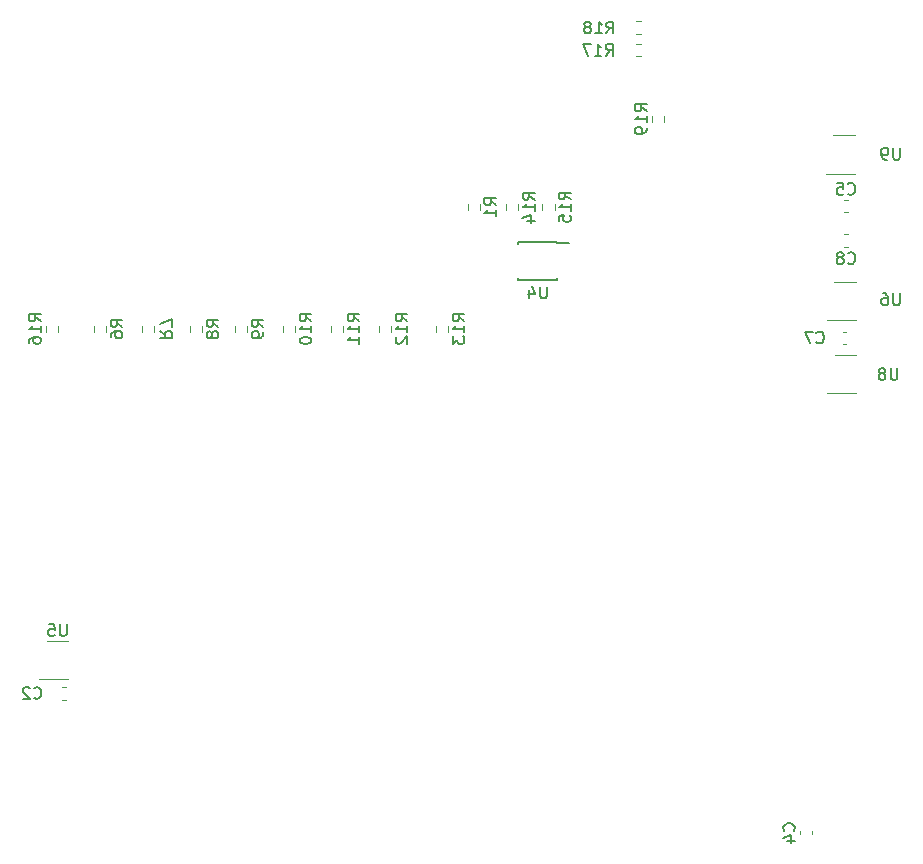
<source format=gbr>
%TF.GenerationSoftware,KiCad,Pcbnew,(5.1.10)-1*%
%TF.CreationDate,2021-08-27T13:44:28+02:00*%
%TF.ProjectId,Pico-profile,5069636f-2d70-4726-9f66-696c652e6b69,rev?*%
%TF.SameCoordinates,Original*%
%TF.FileFunction,Legend,Bot*%
%TF.FilePolarity,Positive*%
%FSLAX46Y46*%
G04 Gerber Fmt 4.6, Leading zero omitted, Abs format (unit mm)*
G04 Created by KiCad (PCBNEW (5.1.10)-1) date 2021-08-27 13:44:28*
%MOMM*%
%LPD*%
G01*
G04 APERTURE LIST*
%ADD10C,0.120000*%
%ADD11C,0.150000*%
G04 APERTURE END LIST*
D10*
%TO.C,R19*%
X175753500Y-63579742D02*
X175753500Y-64054258D01*
X176798500Y-63579742D02*
X176798500Y-64054258D01*
%TO.C,R14*%
X164403300Y-71047342D02*
X164403300Y-71521858D01*
X163358300Y-71047342D02*
X163358300Y-71521858D01*
%TO.C,U9*%
X191094800Y-65227600D02*
X192894800Y-65227600D01*
X192894800Y-68447600D02*
X190444800Y-68447600D01*
%TO.C,R1*%
X161202900Y-71521858D02*
X161202900Y-71047342D01*
X160157900Y-71521858D02*
X160157900Y-71047342D01*
%TO.C,U6*%
X191196400Y-77622800D02*
X192996400Y-77622800D01*
X192996400Y-80842800D02*
X190546400Y-80842800D01*
%TO.C,R15*%
X166457100Y-71521858D02*
X166457100Y-71047342D01*
X167502100Y-71521858D02*
X167502100Y-71047342D01*
%TO.C,R18*%
X174824658Y-56605700D02*
X174350142Y-56605700D01*
X174824658Y-55560700D02*
X174350142Y-55560700D01*
%TO.C,R17*%
X174824658Y-58485300D02*
X174350142Y-58485300D01*
X174824658Y-57440300D02*
X174350142Y-57440300D01*
%TO.C,R16*%
X125490500Y-81359742D02*
X125490500Y-81834258D01*
X124445500Y-81359742D02*
X124445500Y-81834258D01*
%TO.C,U8*%
X191225600Y-83835600D02*
X193025600Y-83835600D01*
X193025600Y-87055600D02*
X190575600Y-87055600D01*
%TO.C,U5*%
X124496000Y-108052000D02*
X126296000Y-108052000D01*
X126296000Y-111272000D02*
X123846000Y-111272000D01*
D11*
%TO.C,U4*%
X167673800Y-74354200D02*
X168748800Y-74354200D01*
X167673800Y-77479200D02*
X164423800Y-77479200D01*
X167673800Y-74229200D02*
X164423800Y-74229200D01*
X167673800Y-77479200D02*
X167673800Y-77254200D01*
X164423800Y-77479200D02*
X164423800Y-77254200D01*
X164423800Y-74229200D02*
X164423800Y-74454200D01*
X167673800Y-74229200D02*
X167673800Y-74354200D01*
D10*
%TO.C,R13*%
X157465500Y-81834258D02*
X157465500Y-81359742D01*
X158510500Y-81834258D02*
X158510500Y-81359742D01*
%TO.C,R12*%
X152639500Y-81834258D02*
X152639500Y-81359742D01*
X153684500Y-81834258D02*
X153684500Y-81359742D01*
%TO.C,R11*%
X148575500Y-81834258D02*
X148575500Y-81359742D01*
X149620500Y-81834258D02*
X149620500Y-81359742D01*
%TO.C,R10*%
X144511500Y-81834258D02*
X144511500Y-81359742D01*
X145556500Y-81834258D02*
X145556500Y-81359742D01*
%TO.C,R9*%
X140447500Y-81834258D02*
X140447500Y-81359742D01*
X141492500Y-81834258D02*
X141492500Y-81359742D01*
%TO.C,R8*%
X136637500Y-81834258D02*
X136637500Y-81359742D01*
X137682500Y-81834258D02*
X137682500Y-81359742D01*
%TO.C,R7*%
X132573500Y-81834258D02*
X132573500Y-81359742D01*
X133618500Y-81834258D02*
X133618500Y-81359742D01*
%TO.C,R6*%
X128509500Y-81834258D02*
X128509500Y-81359742D01*
X129554500Y-81834258D02*
X129554500Y-81359742D01*
%TO.C,C8*%
X192303980Y-74627200D02*
X192022820Y-74627200D01*
X192303980Y-73607200D02*
X192022820Y-73607200D01*
%TO.C,C7*%
X192177580Y-82856800D02*
X191896420Y-82856800D01*
X192177580Y-81836800D02*
X191896420Y-81836800D01*
%TO.C,C5*%
X192303980Y-71731600D02*
X192022820Y-71731600D01*
X192303980Y-70711600D02*
X192022820Y-70711600D01*
%TO.C,C4*%
X189333600Y-124116220D02*
X189333600Y-124397380D01*
X188313600Y-124116220D02*
X188313600Y-124397380D01*
%TO.C,C2*%
X126111580Y-112981200D02*
X125830420Y-112981200D01*
X126111580Y-111961200D02*
X125830420Y-111961200D01*
%TO.C,R19*%
D11*
X175298380Y-63174142D02*
X174822190Y-62840809D01*
X175298380Y-62602714D02*
X174298380Y-62602714D01*
X174298380Y-62983666D01*
X174346000Y-63078904D01*
X174393619Y-63126523D01*
X174488857Y-63174142D01*
X174631714Y-63174142D01*
X174726952Y-63126523D01*
X174774571Y-63078904D01*
X174822190Y-62983666D01*
X174822190Y-62602714D01*
X175298380Y-64126523D02*
X175298380Y-63555095D01*
X175298380Y-63840809D02*
X174298380Y-63840809D01*
X174441238Y-63745571D01*
X174536476Y-63650333D01*
X174584095Y-63555095D01*
X175298380Y-64602714D02*
X175298380Y-64793190D01*
X175250761Y-64888428D01*
X175203142Y-64936047D01*
X175060285Y-65031285D01*
X174869809Y-65078904D01*
X174488857Y-65078904D01*
X174393619Y-65031285D01*
X174346000Y-64983666D01*
X174298380Y-64888428D01*
X174298380Y-64697952D01*
X174346000Y-64602714D01*
X174393619Y-64555095D01*
X174488857Y-64507476D01*
X174726952Y-64507476D01*
X174822190Y-64555095D01*
X174869809Y-64602714D01*
X174917428Y-64697952D01*
X174917428Y-64888428D01*
X174869809Y-64983666D01*
X174822190Y-65031285D01*
X174726952Y-65078904D01*
%TO.C,R14*%
X165799460Y-70648702D02*
X165323270Y-70315369D01*
X165799460Y-70077274D02*
X164799460Y-70077274D01*
X164799460Y-70458226D01*
X164847080Y-70553464D01*
X164894699Y-70601083D01*
X164989937Y-70648702D01*
X165132794Y-70648702D01*
X165228032Y-70601083D01*
X165275651Y-70553464D01*
X165323270Y-70458226D01*
X165323270Y-70077274D01*
X165799460Y-71601083D02*
X165799460Y-71029655D01*
X165799460Y-71315369D02*
X164799460Y-71315369D01*
X164942318Y-71220131D01*
X165037556Y-71124893D01*
X165085175Y-71029655D01*
X165132794Y-72458226D02*
X165799460Y-72458226D01*
X164751841Y-72220131D02*
X165466127Y-71982036D01*
X165466127Y-72601083D01*
%TO.C,U9*%
X196740704Y-66274780D02*
X196740704Y-67084304D01*
X196693085Y-67179542D01*
X196645466Y-67227161D01*
X196550228Y-67274780D01*
X196359752Y-67274780D01*
X196264514Y-67227161D01*
X196216895Y-67179542D01*
X196169276Y-67084304D01*
X196169276Y-66274780D01*
X195645466Y-67274780D02*
X195454990Y-67274780D01*
X195359752Y-67227161D01*
X195312133Y-67179542D01*
X195216895Y-67036685D01*
X195169276Y-66846209D01*
X195169276Y-66465257D01*
X195216895Y-66370019D01*
X195264514Y-66322400D01*
X195359752Y-66274780D01*
X195550228Y-66274780D01*
X195645466Y-66322400D01*
X195693085Y-66370019D01*
X195740704Y-66465257D01*
X195740704Y-66703352D01*
X195693085Y-66798590D01*
X195645466Y-66846209D01*
X195550228Y-66893828D01*
X195359752Y-66893828D01*
X195264514Y-66846209D01*
X195216895Y-66798590D01*
X195169276Y-66703352D01*
%TO.C,R1*%
X162562780Y-71117933D02*
X162086590Y-70784600D01*
X162562780Y-70546504D02*
X161562780Y-70546504D01*
X161562780Y-70927457D01*
X161610400Y-71022695D01*
X161658019Y-71070314D01*
X161753257Y-71117933D01*
X161896114Y-71117933D01*
X161991352Y-71070314D01*
X162038971Y-71022695D01*
X162086590Y-70927457D01*
X162086590Y-70546504D01*
X162562780Y-72070314D02*
X162562780Y-71498885D01*
X162562780Y-71784600D02*
X161562780Y-71784600D01*
X161705638Y-71689361D01*
X161800876Y-71594123D01*
X161848495Y-71498885D01*
%TO.C,U6*%
X196740704Y-78598780D02*
X196740704Y-79408304D01*
X196693085Y-79503542D01*
X196645466Y-79551161D01*
X196550228Y-79598780D01*
X196359752Y-79598780D01*
X196264514Y-79551161D01*
X196216895Y-79503542D01*
X196169276Y-79408304D01*
X196169276Y-78598780D01*
X195264514Y-78598780D02*
X195454990Y-78598780D01*
X195550228Y-78646400D01*
X195597847Y-78694019D01*
X195693085Y-78836876D01*
X195740704Y-79027352D01*
X195740704Y-79408304D01*
X195693085Y-79503542D01*
X195645466Y-79551161D01*
X195550228Y-79598780D01*
X195359752Y-79598780D01*
X195264514Y-79551161D01*
X195216895Y-79503542D01*
X195169276Y-79408304D01*
X195169276Y-79170209D01*
X195216895Y-79074971D01*
X195264514Y-79027352D01*
X195359752Y-78979733D01*
X195550228Y-78979733D01*
X195645466Y-79027352D01*
X195693085Y-79074971D01*
X195740704Y-79170209D01*
%TO.C,R15*%
X168861980Y-70641742D02*
X168385790Y-70308409D01*
X168861980Y-70070314D02*
X167861980Y-70070314D01*
X167861980Y-70451266D01*
X167909600Y-70546504D01*
X167957219Y-70594123D01*
X168052457Y-70641742D01*
X168195314Y-70641742D01*
X168290552Y-70594123D01*
X168338171Y-70546504D01*
X168385790Y-70451266D01*
X168385790Y-70070314D01*
X168861980Y-71594123D02*
X168861980Y-71022695D01*
X168861980Y-71308409D02*
X167861980Y-71308409D01*
X168004838Y-71213171D01*
X168100076Y-71117933D01*
X168147695Y-71022695D01*
X167861980Y-72498885D02*
X167861980Y-72022695D01*
X168338171Y-71975076D01*
X168290552Y-72022695D01*
X168242933Y-72117933D01*
X168242933Y-72356028D01*
X168290552Y-72451266D01*
X168338171Y-72498885D01*
X168433409Y-72546504D01*
X168671504Y-72546504D01*
X168766742Y-72498885D01*
X168814361Y-72451266D01*
X168861980Y-72356028D01*
X168861980Y-72117933D01*
X168814361Y-72022695D01*
X168766742Y-71975076D01*
%TO.C,R18*%
X171889657Y-56586380D02*
X172222990Y-56110190D01*
X172461085Y-56586380D02*
X172461085Y-55586380D01*
X172080133Y-55586380D01*
X171984895Y-55634000D01*
X171937276Y-55681619D01*
X171889657Y-55776857D01*
X171889657Y-55919714D01*
X171937276Y-56014952D01*
X171984895Y-56062571D01*
X172080133Y-56110190D01*
X172461085Y-56110190D01*
X170937276Y-56586380D02*
X171508704Y-56586380D01*
X171222990Y-56586380D02*
X171222990Y-55586380D01*
X171318228Y-55729238D01*
X171413466Y-55824476D01*
X171508704Y-55872095D01*
X170365847Y-56014952D02*
X170461085Y-55967333D01*
X170508704Y-55919714D01*
X170556323Y-55824476D01*
X170556323Y-55776857D01*
X170508704Y-55681619D01*
X170461085Y-55634000D01*
X170365847Y-55586380D01*
X170175371Y-55586380D01*
X170080133Y-55634000D01*
X170032514Y-55681619D01*
X169984895Y-55776857D01*
X169984895Y-55824476D01*
X170032514Y-55919714D01*
X170080133Y-55967333D01*
X170175371Y-56014952D01*
X170365847Y-56014952D01*
X170461085Y-56062571D01*
X170508704Y-56110190D01*
X170556323Y-56205428D01*
X170556323Y-56395904D01*
X170508704Y-56491142D01*
X170461085Y-56538761D01*
X170365847Y-56586380D01*
X170175371Y-56586380D01*
X170080133Y-56538761D01*
X170032514Y-56491142D01*
X169984895Y-56395904D01*
X169984895Y-56205428D01*
X170032514Y-56110190D01*
X170080133Y-56062571D01*
X170175371Y-56014952D01*
%TO.C,R17*%
X171838857Y-58465980D02*
X172172190Y-57989790D01*
X172410285Y-58465980D02*
X172410285Y-57465980D01*
X172029333Y-57465980D01*
X171934095Y-57513600D01*
X171886476Y-57561219D01*
X171838857Y-57656457D01*
X171838857Y-57799314D01*
X171886476Y-57894552D01*
X171934095Y-57942171D01*
X172029333Y-57989790D01*
X172410285Y-57989790D01*
X170886476Y-58465980D02*
X171457904Y-58465980D01*
X171172190Y-58465980D02*
X171172190Y-57465980D01*
X171267428Y-57608838D01*
X171362666Y-57704076D01*
X171457904Y-57751695D01*
X170553142Y-57465980D02*
X169886476Y-57465980D01*
X170315047Y-58465980D01*
%TO.C,R16*%
X123990380Y-80954142D02*
X123514190Y-80620809D01*
X123990380Y-80382714D02*
X122990380Y-80382714D01*
X122990380Y-80763666D01*
X123038000Y-80858904D01*
X123085619Y-80906523D01*
X123180857Y-80954142D01*
X123323714Y-80954142D01*
X123418952Y-80906523D01*
X123466571Y-80858904D01*
X123514190Y-80763666D01*
X123514190Y-80382714D01*
X123990380Y-81906523D02*
X123990380Y-81335095D01*
X123990380Y-81620809D02*
X122990380Y-81620809D01*
X123133238Y-81525571D01*
X123228476Y-81430333D01*
X123276095Y-81335095D01*
X122990380Y-82763666D02*
X122990380Y-82573190D01*
X123038000Y-82477952D01*
X123085619Y-82430333D01*
X123228476Y-82335095D01*
X123418952Y-82287476D01*
X123799904Y-82287476D01*
X123895142Y-82335095D01*
X123942761Y-82382714D01*
X123990380Y-82477952D01*
X123990380Y-82668428D01*
X123942761Y-82763666D01*
X123895142Y-82811285D01*
X123799904Y-82858904D01*
X123561809Y-82858904D01*
X123466571Y-82811285D01*
X123418952Y-82763666D01*
X123371333Y-82668428D01*
X123371333Y-82477952D01*
X123418952Y-82382714D01*
X123466571Y-82335095D01*
X123561809Y-82287476D01*
%TO.C,U8*%
X196515904Y-84933580D02*
X196515904Y-85743104D01*
X196468285Y-85838342D01*
X196420666Y-85885961D01*
X196325428Y-85933580D01*
X196134952Y-85933580D01*
X196039714Y-85885961D01*
X195992095Y-85838342D01*
X195944476Y-85743104D01*
X195944476Y-84933580D01*
X195325428Y-85362152D02*
X195420666Y-85314533D01*
X195468285Y-85266914D01*
X195515904Y-85171676D01*
X195515904Y-85124057D01*
X195468285Y-85028819D01*
X195420666Y-84981200D01*
X195325428Y-84933580D01*
X195134952Y-84933580D01*
X195039714Y-84981200D01*
X194992095Y-85028819D01*
X194944476Y-85124057D01*
X194944476Y-85171676D01*
X194992095Y-85266914D01*
X195039714Y-85314533D01*
X195134952Y-85362152D01*
X195325428Y-85362152D01*
X195420666Y-85409771D01*
X195468285Y-85457390D01*
X195515904Y-85552628D01*
X195515904Y-85743104D01*
X195468285Y-85838342D01*
X195420666Y-85885961D01*
X195325428Y-85933580D01*
X195134952Y-85933580D01*
X195039714Y-85885961D01*
X194992095Y-85838342D01*
X194944476Y-85743104D01*
X194944476Y-85552628D01*
X194992095Y-85457390D01*
X195039714Y-85409771D01*
X195134952Y-85362152D01*
%TO.C,U5*%
X126187104Y-106589580D02*
X126187104Y-107399104D01*
X126139485Y-107494342D01*
X126091866Y-107541961D01*
X125996628Y-107589580D01*
X125806152Y-107589580D01*
X125710914Y-107541961D01*
X125663295Y-107494342D01*
X125615676Y-107399104D01*
X125615676Y-106589580D01*
X124663295Y-106589580D02*
X125139485Y-106589580D01*
X125187104Y-107065771D01*
X125139485Y-107018152D01*
X125044247Y-106970533D01*
X124806152Y-106970533D01*
X124710914Y-107018152D01*
X124663295Y-107065771D01*
X124615676Y-107161009D01*
X124615676Y-107399104D01*
X124663295Y-107494342D01*
X124710914Y-107541961D01*
X124806152Y-107589580D01*
X125044247Y-107589580D01*
X125139485Y-107541961D01*
X125187104Y-107494342D01*
%TO.C,U4*%
X166832884Y-78013420D02*
X166832884Y-78822944D01*
X166785265Y-78918182D01*
X166737646Y-78965801D01*
X166642408Y-79013420D01*
X166451932Y-79013420D01*
X166356694Y-78965801D01*
X166309075Y-78918182D01*
X166261456Y-78822944D01*
X166261456Y-78013420D01*
X165356694Y-78346754D02*
X165356694Y-79013420D01*
X165594789Y-77965801D02*
X165832884Y-78680087D01*
X165213837Y-78680087D01*
%TO.C,R13*%
X159870380Y-80954142D02*
X159394190Y-80620809D01*
X159870380Y-80382714D02*
X158870380Y-80382714D01*
X158870380Y-80763666D01*
X158918000Y-80858904D01*
X158965619Y-80906523D01*
X159060857Y-80954142D01*
X159203714Y-80954142D01*
X159298952Y-80906523D01*
X159346571Y-80858904D01*
X159394190Y-80763666D01*
X159394190Y-80382714D01*
X159870380Y-81906523D02*
X159870380Y-81335095D01*
X159870380Y-81620809D02*
X158870380Y-81620809D01*
X159013238Y-81525571D01*
X159108476Y-81430333D01*
X159156095Y-81335095D01*
X158870380Y-82239857D02*
X158870380Y-82858904D01*
X159251333Y-82525571D01*
X159251333Y-82668428D01*
X159298952Y-82763666D01*
X159346571Y-82811285D01*
X159441809Y-82858904D01*
X159679904Y-82858904D01*
X159775142Y-82811285D01*
X159822761Y-82763666D01*
X159870380Y-82668428D01*
X159870380Y-82382714D01*
X159822761Y-82287476D01*
X159775142Y-82239857D01*
%TO.C,R12*%
X155044380Y-80954142D02*
X154568190Y-80620809D01*
X155044380Y-80382714D02*
X154044380Y-80382714D01*
X154044380Y-80763666D01*
X154092000Y-80858904D01*
X154139619Y-80906523D01*
X154234857Y-80954142D01*
X154377714Y-80954142D01*
X154472952Y-80906523D01*
X154520571Y-80858904D01*
X154568190Y-80763666D01*
X154568190Y-80382714D01*
X155044380Y-81906523D02*
X155044380Y-81335095D01*
X155044380Y-81620809D02*
X154044380Y-81620809D01*
X154187238Y-81525571D01*
X154282476Y-81430333D01*
X154330095Y-81335095D01*
X154139619Y-82287476D02*
X154092000Y-82335095D01*
X154044380Y-82430333D01*
X154044380Y-82668428D01*
X154092000Y-82763666D01*
X154139619Y-82811285D01*
X154234857Y-82858904D01*
X154330095Y-82858904D01*
X154472952Y-82811285D01*
X155044380Y-82239857D01*
X155044380Y-82858904D01*
%TO.C,R11*%
X150980380Y-80954142D02*
X150504190Y-80620809D01*
X150980380Y-80382714D02*
X149980380Y-80382714D01*
X149980380Y-80763666D01*
X150028000Y-80858904D01*
X150075619Y-80906523D01*
X150170857Y-80954142D01*
X150313714Y-80954142D01*
X150408952Y-80906523D01*
X150456571Y-80858904D01*
X150504190Y-80763666D01*
X150504190Y-80382714D01*
X150980380Y-81906523D02*
X150980380Y-81335095D01*
X150980380Y-81620809D02*
X149980380Y-81620809D01*
X150123238Y-81525571D01*
X150218476Y-81430333D01*
X150266095Y-81335095D01*
X150980380Y-82858904D02*
X150980380Y-82287476D01*
X150980380Y-82573190D02*
X149980380Y-82573190D01*
X150123238Y-82477952D01*
X150218476Y-82382714D01*
X150266095Y-82287476D01*
%TO.C,R10*%
X146916380Y-80954142D02*
X146440190Y-80620809D01*
X146916380Y-80382714D02*
X145916380Y-80382714D01*
X145916380Y-80763666D01*
X145964000Y-80858904D01*
X146011619Y-80906523D01*
X146106857Y-80954142D01*
X146249714Y-80954142D01*
X146344952Y-80906523D01*
X146392571Y-80858904D01*
X146440190Y-80763666D01*
X146440190Y-80382714D01*
X146916380Y-81906523D02*
X146916380Y-81335095D01*
X146916380Y-81620809D02*
X145916380Y-81620809D01*
X146059238Y-81525571D01*
X146154476Y-81430333D01*
X146202095Y-81335095D01*
X145916380Y-82525571D02*
X145916380Y-82620809D01*
X145964000Y-82716047D01*
X146011619Y-82763666D01*
X146106857Y-82811285D01*
X146297333Y-82858904D01*
X146535428Y-82858904D01*
X146725904Y-82811285D01*
X146821142Y-82763666D01*
X146868761Y-82716047D01*
X146916380Y-82620809D01*
X146916380Y-82525571D01*
X146868761Y-82430333D01*
X146821142Y-82382714D01*
X146725904Y-82335095D01*
X146535428Y-82287476D01*
X146297333Y-82287476D01*
X146106857Y-82335095D01*
X146011619Y-82382714D01*
X145964000Y-82430333D01*
X145916380Y-82525571D01*
%TO.C,R9*%
X142852380Y-81430333D02*
X142376190Y-81097000D01*
X142852380Y-80858904D02*
X141852380Y-80858904D01*
X141852380Y-81239857D01*
X141900000Y-81335095D01*
X141947619Y-81382714D01*
X142042857Y-81430333D01*
X142185714Y-81430333D01*
X142280952Y-81382714D01*
X142328571Y-81335095D01*
X142376190Y-81239857D01*
X142376190Y-80858904D01*
X142852380Y-81906523D02*
X142852380Y-82097000D01*
X142804761Y-82192238D01*
X142757142Y-82239857D01*
X142614285Y-82335095D01*
X142423809Y-82382714D01*
X142042857Y-82382714D01*
X141947619Y-82335095D01*
X141900000Y-82287476D01*
X141852380Y-82192238D01*
X141852380Y-82001761D01*
X141900000Y-81906523D01*
X141947619Y-81858904D01*
X142042857Y-81811285D01*
X142280952Y-81811285D01*
X142376190Y-81858904D01*
X142423809Y-81906523D01*
X142471428Y-82001761D01*
X142471428Y-82192238D01*
X142423809Y-82287476D01*
X142376190Y-82335095D01*
X142280952Y-82382714D01*
%TO.C,R8*%
X139042380Y-81430333D02*
X138566190Y-81097000D01*
X139042380Y-80858904D02*
X138042380Y-80858904D01*
X138042380Y-81239857D01*
X138090000Y-81335095D01*
X138137619Y-81382714D01*
X138232857Y-81430333D01*
X138375714Y-81430333D01*
X138470952Y-81382714D01*
X138518571Y-81335095D01*
X138566190Y-81239857D01*
X138566190Y-80858904D01*
X138470952Y-82001761D02*
X138423333Y-81906523D01*
X138375714Y-81858904D01*
X138280476Y-81811285D01*
X138232857Y-81811285D01*
X138137619Y-81858904D01*
X138090000Y-81906523D01*
X138042380Y-82001761D01*
X138042380Y-82192238D01*
X138090000Y-82287476D01*
X138137619Y-82335095D01*
X138232857Y-82382714D01*
X138280476Y-82382714D01*
X138375714Y-82335095D01*
X138423333Y-82287476D01*
X138470952Y-82192238D01*
X138470952Y-82001761D01*
X138518571Y-81906523D01*
X138566190Y-81858904D01*
X138661428Y-81811285D01*
X138851904Y-81811285D01*
X138947142Y-81858904D01*
X138994761Y-81906523D01*
X139042380Y-82001761D01*
X139042380Y-82192238D01*
X138994761Y-82287476D01*
X138947142Y-82335095D01*
X138851904Y-82382714D01*
X138661428Y-82382714D01*
X138566190Y-82335095D01*
X138518571Y-82287476D01*
X138470952Y-82192238D01*
%TO.C,R7*%
X134073619Y-81763666D02*
X134549809Y-82097000D01*
X134073619Y-82335095D02*
X135073619Y-82335095D01*
X135073619Y-81954142D01*
X135026000Y-81858904D01*
X134978380Y-81811285D01*
X134883142Y-81763666D01*
X134740285Y-81763666D01*
X134645047Y-81811285D01*
X134597428Y-81858904D01*
X134549809Y-81954142D01*
X134549809Y-82335095D01*
X135073619Y-81430333D02*
X135073619Y-80763666D01*
X134073619Y-81192238D01*
%TO.C,R6*%
X130914380Y-81430333D02*
X130438190Y-81097000D01*
X130914380Y-80858904D02*
X129914380Y-80858904D01*
X129914380Y-81239857D01*
X129962000Y-81335095D01*
X130009619Y-81382714D01*
X130104857Y-81430333D01*
X130247714Y-81430333D01*
X130342952Y-81382714D01*
X130390571Y-81335095D01*
X130438190Y-81239857D01*
X130438190Y-80858904D01*
X129914380Y-82287476D02*
X129914380Y-82097000D01*
X129962000Y-82001761D01*
X130009619Y-81954142D01*
X130152476Y-81858904D01*
X130342952Y-81811285D01*
X130723904Y-81811285D01*
X130819142Y-81858904D01*
X130866761Y-81906523D01*
X130914380Y-82001761D01*
X130914380Y-82192238D01*
X130866761Y-82287476D01*
X130819142Y-82335095D01*
X130723904Y-82382714D01*
X130485809Y-82382714D01*
X130390571Y-82335095D01*
X130342952Y-82287476D01*
X130295333Y-82192238D01*
X130295333Y-82001761D01*
X130342952Y-81906523D01*
X130390571Y-81858904D01*
X130485809Y-81811285D01*
%TO.C,C8*%
X192348846Y-76025122D02*
X192396465Y-76072741D01*
X192539322Y-76120360D01*
X192634560Y-76120360D01*
X192777418Y-76072741D01*
X192872656Y-75977503D01*
X192920275Y-75882265D01*
X192967894Y-75691789D01*
X192967894Y-75548932D01*
X192920275Y-75358456D01*
X192872656Y-75263218D01*
X192777418Y-75167980D01*
X192634560Y-75120360D01*
X192539322Y-75120360D01*
X192396465Y-75167980D01*
X192348846Y-75215599D01*
X191777418Y-75548932D02*
X191872656Y-75501313D01*
X191920275Y-75453694D01*
X191967894Y-75358456D01*
X191967894Y-75310837D01*
X191920275Y-75215599D01*
X191872656Y-75167980D01*
X191777418Y-75120360D01*
X191586941Y-75120360D01*
X191491703Y-75167980D01*
X191444084Y-75215599D01*
X191396465Y-75310837D01*
X191396465Y-75358456D01*
X191444084Y-75453694D01*
X191491703Y-75501313D01*
X191586941Y-75548932D01*
X191777418Y-75548932D01*
X191872656Y-75596551D01*
X191920275Y-75644170D01*
X191967894Y-75739408D01*
X191967894Y-75929884D01*
X191920275Y-76025122D01*
X191872656Y-76072741D01*
X191777418Y-76120360D01*
X191586941Y-76120360D01*
X191491703Y-76072741D01*
X191444084Y-76025122D01*
X191396465Y-75929884D01*
X191396465Y-75739408D01*
X191444084Y-75644170D01*
X191491703Y-75596551D01*
X191586941Y-75548932D01*
%TO.C,C7*%
X189669146Y-82740882D02*
X189716765Y-82788501D01*
X189859622Y-82836120D01*
X189954860Y-82836120D01*
X190097718Y-82788501D01*
X190192956Y-82693263D01*
X190240575Y-82598025D01*
X190288194Y-82407549D01*
X190288194Y-82264692D01*
X190240575Y-82074216D01*
X190192956Y-81978978D01*
X190097718Y-81883740D01*
X189954860Y-81836120D01*
X189859622Y-81836120D01*
X189716765Y-81883740D01*
X189669146Y-81931359D01*
X189335813Y-81836120D02*
X188669146Y-81836120D01*
X189097718Y-82836120D01*
%TO.C,C5*%
X192330066Y-70148742D02*
X192377685Y-70196361D01*
X192520542Y-70243980D01*
X192615780Y-70243980D01*
X192758638Y-70196361D01*
X192853876Y-70101123D01*
X192901495Y-70005885D01*
X192949114Y-69815409D01*
X192949114Y-69672552D01*
X192901495Y-69482076D01*
X192853876Y-69386838D01*
X192758638Y-69291600D01*
X192615780Y-69243980D01*
X192520542Y-69243980D01*
X192377685Y-69291600D01*
X192330066Y-69339219D01*
X191425304Y-69243980D02*
X191901495Y-69243980D01*
X191949114Y-69720171D01*
X191901495Y-69672552D01*
X191806257Y-69624933D01*
X191568161Y-69624933D01*
X191472923Y-69672552D01*
X191425304Y-69720171D01*
X191377685Y-69815409D01*
X191377685Y-70053504D01*
X191425304Y-70148742D01*
X191472923Y-70196361D01*
X191568161Y-70243980D01*
X191806257Y-70243980D01*
X191901495Y-70196361D01*
X191949114Y-70148742D01*
%TO.C,C4*%
X187750742Y-124090133D02*
X187798361Y-124042514D01*
X187845980Y-123899657D01*
X187845980Y-123804419D01*
X187798361Y-123661561D01*
X187703123Y-123566323D01*
X187607885Y-123518704D01*
X187417409Y-123471085D01*
X187274552Y-123471085D01*
X187084076Y-123518704D01*
X186988838Y-123566323D01*
X186893600Y-123661561D01*
X186845980Y-123804419D01*
X186845980Y-123899657D01*
X186893600Y-124042514D01*
X186941219Y-124090133D01*
X187179314Y-124947276D02*
X187845980Y-124947276D01*
X186798361Y-124709180D02*
X187512647Y-124471085D01*
X187512647Y-125090133D01*
%TO.C,C2*%
X123432266Y-112828342D02*
X123479885Y-112875961D01*
X123622742Y-112923580D01*
X123717980Y-112923580D01*
X123860838Y-112875961D01*
X123956076Y-112780723D01*
X124003695Y-112685485D01*
X124051314Y-112495009D01*
X124051314Y-112352152D01*
X124003695Y-112161676D01*
X123956076Y-112066438D01*
X123860838Y-111971200D01*
X123717980Y-111923580D01*
X123622742Y-111923580D01*
X123479885Y-111971200D01*
X123432266Y-112018819D01*
X123051314Y-112018819D02*
X123003695Y-111971200D01*
X122908457Y-111923580D01*
X122670361Y-111923580D01*
X122575123Y-111971200D01*
X122527504Y-112018819D01*
X122479885Y-112114057D01*
X122479885Y-112209295D01*
X122527504Y-112352152D01*
X123098933Y-112923580D01*
X122479885Y-112923580D01*
%TD*%
M02*

</source>
